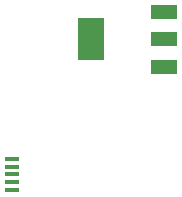
<source format=gbr>
G04 EAGLE Gerber RS-274X export*
G75*
%MOMM*%
%FSLAX34Y34*%
%LPD*%
%INSolderpaste Top*%
%IPPOS*%
%AMOC8*
5,1,8,0,0,1.08239X$1,22.5*%
G01*
%ADD10R,1.300000X0.450000*%
%ADD11R,2.235200X1.219200*%
%ADD12R,2.200000X3.600000*%


D10*
X54400Y292400D03*
X54400Y285900D03*
X54400Y279400D03*
X54400Y272900D03*
X54400Y266400D03*
D11*
X183388Y370586D03*
X183388Y393700D03*
X183388Y416814D03*
D12*
X121410Y393700D03*
M02*

</source>
